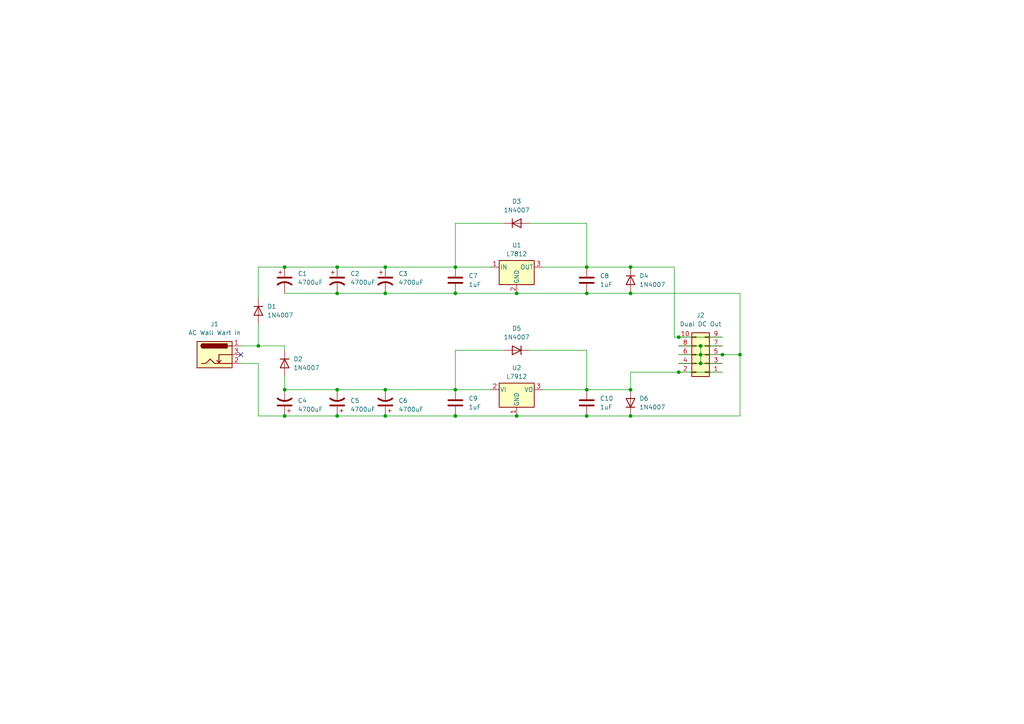
<source format=kicad_sch>
(kicad_sch (version 20250114) (generator "eeschema") (generator_version "9.0")
  (paper "A4")
  (lib_symbols
    (symbol "Connector:Barrel_Jack_Switch" (pin_names (hide yes))
      (property "Reference" "J" (at 0 5.334 0))
      (property "Value" "Barrel_Jack_Switch" (at 0 -5.08 0))
      (symbol "Barrel_Jack_Switch_0_1"
        (rectangle (start -5.08 3.81) (end 5.08 -3.81) (stroke (width 0.254)) (fill (type background)))
        (polyline (pts (xy -3.81 -2.54) (xy -2.54 -2.54) (xy -1.27 -1.27) (xy 0 -2.54) (xy 2.54 -2.54) (xy 5.08 -2.54)) (stroke (width 0.254)))
        (arc (start -3.302 1.905) (mid -3.9343 2.54) (end -3.302 3.175) (stroke (width 0.254)))
        (arc (start -3.302 1.905) (mid -3.9343 2.54) (end -3.302 3.175) (stroke (width 0.254)) (fill (type outline)))
        (polyline (pts (xy 1.27 -2.286) (xy 1.905 -1.651)) (stroke (width 0.254)))
        (rectangle (start 3.683 3.175) (end -3.302 1.905) (stroke (width 0.254)) (fill (type outline)))
        (polyline (pts (xy 5.08 2.54) (xy 3.81 2.54)) (stroke (width 0.254)))
        (polyline (pts (xy 5.08 0) (xy 1.27 0) (xy 1.27 -2.286) (xy 0.635 -1.651)) (stroke (width 0.254)))
      )
      (symbol "Barrel_Jack_Switch_1_1"
        (pin passive line (at 7.62 2.54 180) (length 2.54) (name "~") (number "1"))
        (pin passive line (at 7.62 0 180) (length 2.54) (name "~") (number "3"))
        (pin passive line (at 7.62 -2.54 180) (length 2.54) (name "~") (number "2"))
      )
    )
    (symbol "Connector_Generic:Conn_02x05_Odd_Even" (pin_names (offset 1.016) (hide yes))
      (property "Reference" "J" (at 1.27 7.62 0))
      (property "Value" "Conn_02x05_Odd_Even" (at 1.27 -7.62 0))
      (symbol "Conn_02x05_Odd_Even_1_1"
        (rectangle (start -1.27 6.35) (end 3.81 -6.35) (stroke (width 0.254)) (fill (type background)))
        (rectangle (start -1.27 5.207) (end 0 4.953) (stroke (width 0.1524)))
        (rectangle (start -1.27 2.667) (end 0 2.413) (stroke (width 0.1524)))
        (rectangle (start -1.27 0.127) (end 0 -0.127) (stroke (width 0.1524)))
        (rectangle (start -1.27 -2.413) (end 0 -2.667) (stroke (width 0.1524)))
        (rectangle (start -1.27 -4.953) (end 0 -5.207) (stroke (width 0.1524)))
        (rectangle (start 3.81 5.207) (end 2.54 4.953) (stroke (width 0.1524)))
        (rectangle (start 3.81 2.667) (end 2.54 2.413) (stroke (width 0.1524)))
        (rectangle (start 3.81 0.127) (end 2.54 -0.127) (stroke (width 0.1524)))
        (rectangle (start 3.81 -2.413) (end 2.54 -2.667) (stroke (width 0.1524)))
        (rectangle (start 3.81 -4.953) (end 2.54 -5.207) (stroke (width 0.1524)))
        (pin passive line (at -5.08 5.08 0) (length 3.81) (name "Pin_1") (number "1"))
        (pin passive line (at -5.08 2.54 0) (length 3.81) (name "Pin_3") (number "3"))
        (pin passive line (at -5.08 0 0) (length 3.81) (name "Pin_5") (number "5"))
        (pin passive line (at -5.08 -2.54 0) (length 3.81) (name "Pin_7") (number "7"))
        (pin passive line (at -5.08 -5.08 0) (length 3.81) (name "Pin_9") (number "9"))
        (pin passive line (at 7.62 5.08 180) (length 3.81) (name "Pin_2") (number "2"))
        (pin passive line (at 7.62 2.54 180) (length 3.81) (name "Pin_4") (number "4"))
        (pin passive line (at 7.62 0 180) (length 3.81) (name "Pin_6") (number "6"))
        (pin passive line (at 7.62 -2.54 180) (length 3.81) (name "Pin_8") (number "8"))
        (pin passive line (at 7.62 -5.08 180) (length 3.81) (name "Pin_10") (number "10"))
      )
    )
    (symbol "Device:C" (pin_numbers (hide yes)) (pin_names (offset 0.254))
      (property "Reference" "C" (at 0.635 2.54 0))
      (property "Value" "C" (at 0.635 -2.54 0))
      (symbol "C_0_1"
        (polyline (pts (xy -2.032 0.762) (xy 2.032 0.762)) (stroke (width 0.508)))
        (polyline (pts (xy -2.032 -0.762) (xy 2.032 -0.762)) (stroke (width 0.508)))
      )
      (symbol "C_1_1"
        (pin passive line (at 0 3.81 270) (length 2.794) (name "~") (number "1"))
        (pin passive line (at 0 -3.81 90) (length 2.794) (name "~") (number "2"))
      )
    )
    (symbol "Device:C_Polarized_US" (pin_numbers (hide yes)) (pin_names (offset 0.254) (hide yes))
      (property "Reference" "C" (at 0.635 2.54 0))
      (property "Value" "C_Polarized_US" (at 0.635 -2.54 0))
      (symbol "C_Polarized_US_0_1"
        (polyline (pts (xy -2.032 0.762) (xy 2.032 0.762)) (stroke (width 0.508)))
        (polyline (pts (xy -1.778 2.286) (xy -0.762 2.286)))
        (polyline (pts (xy -1.27 1.778) (xy -1.27 2.794)))
        (arc (start -2.032 -1.27) (mid 0 -0.5572) (end 2.032 -1.27) (stroke (width 0.508)))
      )
      (symbol "C_Polarized_US_1_1"
        (pin passive line (at 0 3.81 270) (length 2.794) (name "~") (number "1"))
        (pin passive line (at 0 -3.81 90) (length 3.302) (name "~") (number "2"))
      )
    )
    (symbol "Diode:1N4007" (pin_numbers (hide yes)) (pin_names (hide yes))
      (property "Reference" "D" (at 0 2.54 0))
      (property "Value" "1N4007" (at 0 -2.54 0))
      (symbol "1N4007_0_1"
        (polyline (pts (xy -1.27 1.27) (xy -1.27 -1.27)) (stroke (width 0.254)))
        (polyline (pts (xy 1.27 1.27) (xy 1.27 -1.27) (xy -1.27 0) (xy 1.27 1.27)) (stroke (width 0.254)))
        (polyline (pts (xy 1.27 0) (xy -1.27 0)))
      )
      (symbol "1N4007_1_1"
        (pin passive line (at -3.81 0 0) (length 2.54) (name "K") (number "1"))
        (pin passive line (at 3.81 0 180) (length 2.54) (name "A") (number "2"))
      )
    )
    (symbol "Regulator_Linear:L7812" (pin_names (offset 0.254))
      (property "Reference" "U" (at -3.81 3.175 0))
      (property "Value" "L7812" (at 0 3.175 0))
      (symbol "L7812_0_1"
        (rectangle (start -5.08 1.905) (end 5.08 -5.08) (stroke (width 0.254)) (fill (type background)))
      )
      (symbol "L7812_1_1"
        (pin power_in line (at -7.62 0 0) (length 2.54) (name "IN") (number "1"))
        (pin power_in line (at 0 -7.62 90) (length 2.54) (name "GND") (number "2"))
        (pin power_out line (at 7.62 0 180) (length 2.54) (name "OUT") (number "3"))
      )
    )
    (symbol "Regulator_Linear:L7912" (pin_names (offset 0.254))
      (property "Reference" "U" (at -3.81 -3.175 0))
      (property "Value" "L7912" (at 0 -3.175 0))
      (symbol "L7912_0_1"
        (rectangle (start -5.08 5.08) (end 5.08 -1.905) (stroke (width 0.254)) (fill (type background)))
      )
      (symbol "L7912_1_1"
        (pin power_in line (at -7.62 0 0) (length 2.54) (name "VI") (number "2"))
        (pin power_in line (at 0 7.62 270) (length 2.54) (name "GND") (number "1"))
        (pin power_out line (at 7.62 0 180) (length 2.54) (name "VO") (number "3"))
      )
    )
  )
  (junction (at 196.85 97.79))
  (junction (at 97.79 113.03))
  (junction (at 170.18 77.47))
  (junction (at 170.18 113.03))
  (junction (at 203.2 100.33))
  (junction (at 132.08 120.65))
  (junction (at 82.55 120.65))
  (junction (at 74.93 100.33))
  (junction (at 97.79 85.09))
  (junction (at 132.08 113.03))
  (junction (at 182.88 85.09))
  (junction (at 111.76 120.65))
  (junction (at 111.76 113.03))
  (junction (at 170.18 120.65))
  (junction (at 203.2 105.41))
  (junction (at 97.79 77.47))
  (junction (at 111.76 77.47))
  (junction (at 170.18 85.09))
  (junction (at 149.86 85.09))
  (junction (at 203.2 102.87))
  (junction (at 132.08 85.09))
  (junction (at 82.55 113.03))
  (junction (at 182.88 113.03))
  (junction (at 209.55 102.87))
  (junction (at 82.55 77.47))
  (junction (at 182.88 77.47))
  (junction (at 182.88 120.65))
  (junction (at 97.79 120.65))
  (junction (at 196.85 107.95))
  (junction (at 132.08 77.47))
  (junction (at 111.76 85.09))
  (junction (at 149.86 120.65))
  (junction (at 214.63 102.87))
  (no_connect (at 69.85 102.87))
  (wire (pts (xy 82.55 100.33) (xy 74.93 100.33)))
  (wire (pts (xy 157.48 113.03) (xy 170.18 113.03)))
  (wire (pts (xy 170.18 120.65) (xy 182.88 120.65)))
  (wire (pts (xy 182.88 113.03) (xy 182.88 107.95)))
  (wire (pts (xy 132.08 64.77) (xy 146.05 64.77)))
  (wire (pts (xy 196.85 107.95) (xy 209.55 107.95)))
  (wire (pts (xy 146.05 101.6) (xy 132.08 101.6)))
  (wire (pts (xy 74.93 86.36) (xy 74.93 77.47)))
  (wire (pts (xy 74.93 77.47) (xy 82.55 77.47)))
  (wire (pts (xy 149.86 85.09) (xy 170.18 85.09)))
  (wire (pts (xy 132.08 113.03) (xy 142.24 113.03)))
  (wire (pts (xy 170.18 85.09) (xy 182.88 85.09)))
  (wire (pts (xy 97.79 120.65) (xy 111.76 120.65)))
  (wire (pts (xy 209.55 102.87) (xy 203.2 102.87)))
  (wire (pts (xy 209.55 100.33) (xy 203.2 100.33)))
  (wire (pts (xy 203.2 100.33) (xy 196.85 100.33)))
  (wire (pts (xy 195.58 97.79) (xy 196.85 97.79)))
  (wire (pts (xy 209.55 105.41) (xy 203.2 105.41)))
  (wire (pts (xy 74.93 120.65) (xy 82.55 120.65)))
  (wire (pts (xy 170.18 101.6) (xy 170.18 113.03)))
  (wire (pts (xy 111.76 113.03) (xy 132.08 113.03)))
  (wire (pts (xy 74.93 105.41) (xy 74.93 120.65)))
  (wire (pts (xy 170.18 77.47) (xy 170.18 64.77)))
  (wire (pts (xy 69.85 100.33) (xy 74.93 100.33)))
  (wire (pts (xy 97.79 113.03) (xy 111.76 113.03)))
  (wire (pts (xy 214.63 85.09) (xy 182.88 85.09)))
  (wire (pts (xy 203.2 102.87) (xy 203.2 105.41)))
  (wire (pts (xy 170.18 77.47) (xy 182.88 77.47)))
  (wire (pts (xy 182.88 120.65) (xy 214.63 120.65)))
  (wire (pts (xy 111.76 120.65) (xy 132.08 120.65)))
  (wire (pts (xy 82.55 100.33) (xy 82.55 101.6)))
  (wire (pts (xy 132.08 101.6) (xy 132.08 113.03)))
  (wire (pts (xy 214.63 85.09) (xy 214.63 102.87)))
  (wire (pts (xy 170.18 113.03) (xy 182.88 113.03)))
  (wire (pts (xy 195.58 77.47) (xy 195.58 97.79)))
  (wire (pts (xy 214.63 120.65) (xy 214.63 102.87)))
  (wire (pts (xy 182.88 77.47) (xy 195.58 77.47)))
  (wire (pts (xy 153.67 64.77) (xy 170.18 64.77)))
  (wire (pts (xy 132.08 85.09) (xy 149.86 85.09)))
  (wire (pts (xy 69.85 105.41) (xy 74.93 105.41)))
  (wire (pts (xy 82.55 120.65) (xy 97.79 120.65)))
  (wire (pts (xy 132.08 77.47) (xy 132.08 64.77)))
  (wire (pts (xy 196.85 97.79) (xy 209.55 97.79)))
  (wire (pts (xy 203.2 100.33) (xy 203.2 102.87)))
  (wire (pts (xy 157.48 77.47) (xy 170.18 77.47)))
  (wire (pts (xy 97.79 85.09) (xy 111.76 85.09)))
  (wire (pts (xy 132.08 77.47) (xy 142.24 77.47)))
  (wire (pts (xy 82.55 85.09) (xy 97.79 85.09)))
  (wire (pts (xy 111.76 77.47) (xy 132.08 77.47)))
  (wire (pts (xy 74.93 100.33) (xy 74.93 93.98)))
  (wire (pts (xy 111.76 85.09) (xy 132.08 85.09)))
  (wire (pts (xy 132.08 120.65) (xy 149.86 120.65)))
  (wire (pts (xy 203.2 105.41) (xy 196.85 105.41)))
  (wire (pts (xy 214.63 102.87) (xy 209.55 102.87)))
  (wire (pts (xy 153.67 101.6) (xy 170.18 101.6)))
  (wire (pts (xy 149.86 120.65) (xy 170.18 120.65)))
  (wire (pts (xy 82.55 77.47) (xy 97.79 77.47)))
  (wire (pts (xy 82.55 113.03) (xy 97.79 113.03)))
  (wire (pts (xy 203.2 102.87) (xy 196.85 102.87)))
  (wire (pts (xy 97.79 77.47) (xy 111.76 77.47)))
  (wire (pts (xy 182.88 107.95) (xy 196.85 107.95)))
  (wire (pts (xy 82.55 109.22) (xy 82.55 113.03)))
  (symbol (lib_id "Device:C_Polarized_US") (at 111.76 81.28 0) (unit 1)
    (property "Reference" "C3" (at 115.57 79.3749 0) (effects (justify left)))
    (property "Value" "4700uF" (at 115.57 81.9149 0) (effects (justify left)))
    (property "Description" "Polarized capacitor, US symbol" (effects (hide yes)))
  )
  (symbol (lib_id "Device:C") (at 132.08 81.28 0) (unit 1)
    (property "Reference" "C7" (at 135.89 80.0099 0) (effects (justify left)))
    (property "Value" "1uF" (at 135.89 82.5499 0) (effects (justify left)))
    (property "Description" "Unpolarized capacitor" (effects (hide yes)))
  )
  (symbol (lib_id "Device:C_Polarized_US") (at 111.76 116.84 180) (unit 1)
    (property "Reference" "C6" (at 115.57 116.2049 0) (effects (justify right)))
    (property "Value" "4700uF" (at 115.57 118.7449 0) (effects (justify right)))
    (property "Description" "Polarized capacitor, US symbol" (effects (hide yes)))
  )
  (symbol (lib_id "Device:C_Polarized_US") (at 82.55 116.84 180) (unit 1)
    (property "Reference" "C4" (at 86.36 116.2049 0) (effects (justify right)))
    (property "Value" "4700uF" (at 86.36 118.7449 0) (effects (justify right)))
    (property "Description" "Polarized capacitor, US symbol" (effects (hide yes)))
  )
  (symbol (lib_id "Regulator_Linear:L7912") (at 149.86 113.03 0) (mirror x) (unit 1)
    (property "Reference" "U2" (at 149.86 106.68 0))
    (property "Value" "L7912" (at 149.86 109.22 0))
    (property "Datasheet" "http://www.st.com/content/ccc/resource/technical/document/datasheet/c9/16/86/41/c7/2b/45/f2/CD00000450.pdf/files/CD00000450.pdf/jcr:content/translations/en.CD00000450.pdf" (effects (hide yes)))
    (property "Description" "Negative 1.5A 35V Linear Regulator, Fixed Output -12V, TO-220/TO-263" (effects (hide yes)))
  )
  (symbol (lib_id "Diode:1N4007") (at 149.86 101.6 180) (unit 1)
    (property "Reference" "D5" (at 149.86 95.25 0))
    (property "Value" "1N4007" (at 149.86 97.79 0))
    (property "Footprint" "Diode_THT:D_DO-41_SOD81_P10.16mm_Horizontal" (effects (hide yes)))
    (property "Datasheet" "http://www.vishay.com/docs/88503/1n4001.pdf" (effects (hide yes)))
    (property "Description" "1000V 1A General Purpose Rectifier Diode, DO-41" (effects (hide yes)))
    (property "Sim.Device" "D" (effects (hide yes)))
    (property "Sim.Pins" "1=K 2=A" (effects (hide yes)))
  )
  (symbol (lib_id "Diode:1N4007") (at 82.55 105.41 270) (unit 1)
    (property "Reference" "D2" (at 85.09 104.1399 90) (effects (justify left)))
    (property "Value" "1N4007" (at 85.09 106.6799 90) (effects (justify left)))
    (property "Footprint" "Diode_THT:D_DO-41_SOD81_P10.16mm_Horizontal" (effects (hide yes)))
    (property "Datasheet" "http://www.vishay.com/docs/88503/1n4001.pdf" (effects (hide yes)))
    (property "Description" "1000V 1A General Purpose Rectifier Diode, DO-41" (effects (hide yes)))
    (property "Sim.Device" "D" (effects (hide yes)))
    (property "Sim.Pins" "1=K 2=A" (effects (hide yes)))
  )
  (symbol (lib_id "Diode:1N4007") (at 182.88 81.28 270) (unit 1)
    (property "Reference" "D4" (at 185.42 80.0099 90) (effects (justify left)))
    (property "Value" "1N4007" (at 185.42 82.5499 90) (effects (justify left)))
    (property "Footprint" "Diode_THT:D_DO-41_SOD81_P10.16mm_Horizontal" (effects (hide yes)))
    (property "Datasheet" "http://www.vishay.com/docs/88503/1n4001.pdf" (effects (hide yes)))
    (property "Description" "1000V 1A General Purpose Rectifier Diode, DO-41" (effects (hide yes)))
    (property "Sim.Device" "D" (effects (hide yes)))
    (property "Sim.Pins" "1=K 2=A" (effects (hide yes)))
  )
  (symbol (lib_id "Device:C_Polarized_US") (at 97.79 116.84 180) (unit 1)
    (property "Reference" "C5" (at 101.6 116.2049 0) (effects (justify right)))
    (property "Value" "4700uF" (at 101.6 118.7449 0) (effects (justify right)))
    (property "Description" "Polarized capacitor, US symbol" (effects (hide yes)))
  )
  (symbol (lib_id "Device:C_Polarized_US") (at 82.55 81.28 0) (unit 1)
    (property "Reference" "C1" (at 86.36 79.3749 0) (effects (justify left)))
    (property "Value" "4700uF" (at 86.36 81.9149 0) (effects (justify left)))
    (property "Description" "Polarized capacitor, US symbol" (effects (hide yes)))
  )
  (symbol (lib_id "Device:C") (at 170.18 81.28 0) (unit 1)
    (property "Reference" "C8" (at 173.99 80.0099 0) (effects (justify left)))
    (property "Value" "1uF" (at 173.99 82.5499 0) (effects (justify left)))
    (property "Description" "Unpolarized capacitor" (effects (hide yes)))
  )
  (symbol (lib_id "Device:C_Polarized_US") (at 97.79 81.28 0) (unit 1)
    (property "Reference" "C2" (at 101.6 79.3749 0) (effects (justify left)))
    (property "Value" "4700uF" (at 101.6 81.9149 0) (effects (justify left)))
    (property "Description" "Polarized capacitor, US symbol" (effects (hide yes)))
  )
  (symbol (lib_id "Regulator_Linear:L7812") (at 149.86 77.47 0) (unit 1)
    (property "Reference" "U1" (at 149.86 71.12 0))
    (property "Value" "L7812" (at 149.86 73.66 0))
    (property "Datasheet" "http://www.st.com/content/ccc/resource/technical/document/datasheet/41/4f/b3/b0/12/d4/47/88/CD00000444.pdf/files/CD00000444.pdf/jcr:content/translations/en.CD00000444.pdf" (effects (hide yes)))
    (property "Description" "Positive 1.5A 35V Linear Regulator, Fixed Output 12V, TO-220/TO-263/TO-252" (effects (hide yes)))
  )
  (symbol (lib_id "Diode:1N4007") (at 182.88 116.84 90) (unit 1)
    (property "Reference" "D6" (at 185.42 115.5699 90) (effects (justify right)))
    (property "Value" "1N4007" (at 185.42 118.1099 90) (effects (justify right)))
    (property "Footprint" "Diode_THT:D_DO-41_SOD81_P10.16mm_Horizontal" (effects (hide yes)))
    (property "Datasheet" "http://www.vishay.com/docs/88503/1n4001.pdf" (effects (hide yes)))
    (property "Description" "1000V 1A General Purpose Rectifier Diode, DO-41" (effects (hide yes)))
    (property "Sim.Device" "D" (effects (hide yes)))
    (property "Sim.Pins" "1=K 2=A" (effects (hide yes)))
  )
  (symbol (lib_id "Diode:1N4007") (at 149.86 64.77 0) (unit 1)
    (property "Reference" "D3" (at 149.86 58.42 0))
    (property "Value" "1N4007" (at 149.86 60.96 0))
    (property "Footprint" "Diode_THT:D_DO-41_SOD81_P10.16mm_Horizontal" (effects (hide yes)))
    (property "Datasheet" "http://www.vishay.com/docs/88503/1n4001.pdf" (effects (hide yes)))
    (property "Description" "1000V 1A General Purpose Rectifier Diode, DO-41" (effects (hide yes)))
    (property "Sim.Device" "D" (effects (hide yes)))
    (property "Sim.Pins" "1=K 2=A" (effects (hide yes)))
  )
  (symbol (lib_id "Diode:1N4007") (at 74.93 90.17 270) (unit 1)
    (property "Reference" "D1" (at 77.47 88.8999 90) (effects (justify left)))
    (property "Value" "1N4007" (at 77.47 91.4399 90) (effects (justify left)))
    (property "Footprint" "Diode_THT:D_DO-41_SOD81_P10.16mm_Horizontal" (effects (hide yes)))
    (property "Datasheet" "http://www.vishay.com/docs/88503/1n4001.pdf" (effects (hide yes)))
    (property "Description" "1000V 1A General Purpose Rectifier Diode, DO-41" (effects (hide yes)))
    (property "Sim.Device" "D" (effects (hide yes)))
    (property "Sim.Pins" "1=K 2=A" (effects (hide yes)))
  )
  (symbol (lib_id "Device:C") (at 132.08 116.84 0) (unit 1)
    (property "Reference" "C9" (at 135.89 115.5699 0) (effects (justify left)))
    (property "Value" "1uF" (at 135.89 118.1099 0) (effects (justify left)))
    (property "Description" "Unpolarized capacitor" (effects (hide yes)))
  )
  (symbol (lib_id "Connector:Barrel_Jack_Switch") (at 62.23 102.87 0) (unit 1)
    (property "Reference" "J1" (at 62.23 93.98 0))
    (property "Value" "AC Wall Wart In" (at 62.23 96.52 0))
    (property "Description" "DC Barrel Jack with an internal switch" (effects (hide yes)))
  )
  (symbol (lib_id "Connector_Generic:Conn_02x05_Odd_Even") (at 204.47 102.87 180) (unit 1)
    (property "Reference" "J2" (at 203.2 91.44 0))
    (property "Value" "Dual DC Out" (at 203.2 93.98 0))
    (property "Description" "Generic connector, double row, 02x05, odd/even pin numbering scheme (row 1 odd numbers, row 2 even numbers), script generated (kicad-library-utils/schlib/autogen/connector/)" (effects (hide yes)))
  )
  (symbol (lib_id "Device:C") (at 170.18 116.84 0) (unit 1)
    (property "Reference" "C10" (at 173.99 115.5699 0) (effects (justify left)))
    (property "Value" "1uF" (at 173.99 118.1099 0) (effects (justify left)))
    (property "Description" "Unpolarized capacitor" (effects (hide yes)))
  )
)
</source>
